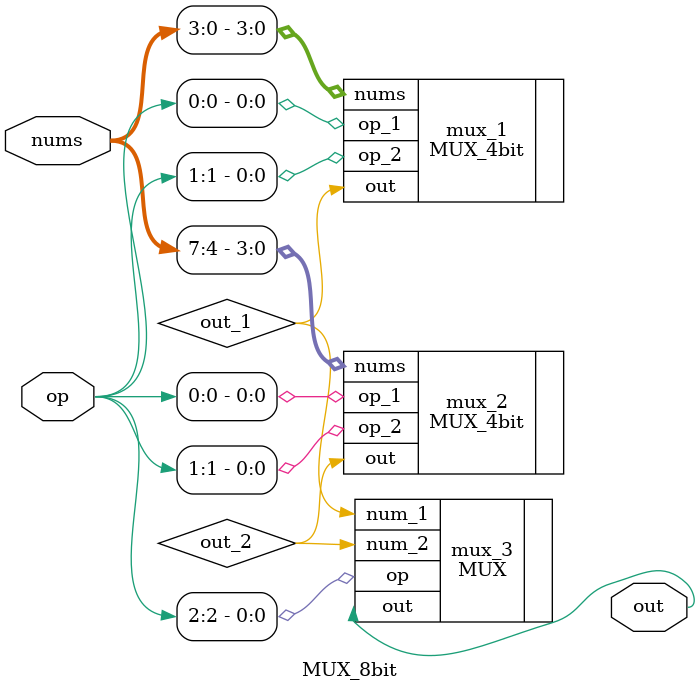
<source format=v>
`include "MUX_4bit.v"

module MUX_8bit(	
	input wire [7:0] nums,
	input wire [2:0] op,
	output wire out
); 

wire out_1;
wire out_2;

MUX_4bit mux_1(
	.nums(nums[3:0]),
	.op_1(op[0]),
	.op_2(op[1]),
	.out(out_1)
);

MUX_4bit mux_2(
	.nums(nums[7:4]),
	.op_1(op[0]),
	.op_2(op[1]),
	.out(out_2)
);

MUX mux_3(
	.num_1(out_1),
	.num_2(out_2),
	.op(op[2]),
	.out(out)
);

endmodule

</source>
